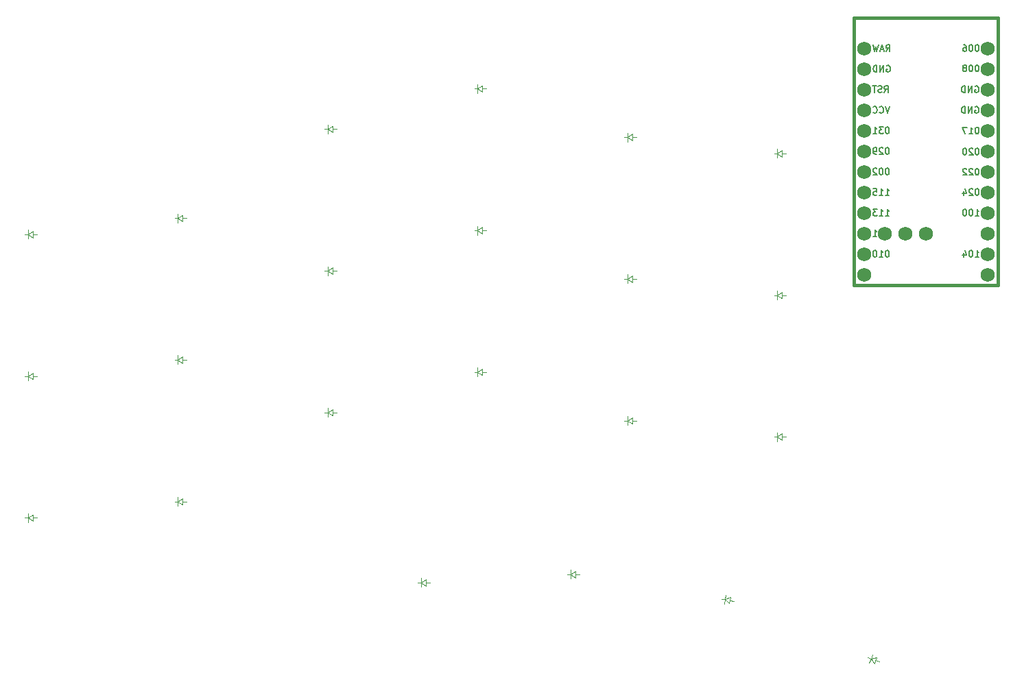
<source format=gbr>
%TF.GenerationSoftware,KiCad,Pcbnew,8.0.4*%
%TF.CreationDate,2024-08-22T13:25:46+01:00*%
%TF.ProjectId,left (v2 backup),6c656674-2028-4763-9220-6261636b7570,v1.0.0*%
%TF.SameCoordinates,Original*%
%TF.FileFunction,Legend,Bot*%
%TF.FilePolarity,Positive*%
%FSLAX46Y46*%
G04 Gerber Fmt 4.6, Leading zero omitted, Abs format (unit mm)*
G04 Created by KiCad (PCBNEW 8.0.4) date 2024-08-22 13:25:46*
%MOMM*%
%LPD*%
G01*
G04 APERTURE LIST*
%ADD10C,0.150000*%
%ADD11C,0.100000*%
%ADD12C,0.381000*%
%ADD13C,1.752600*%
G04 APERTURE END LIST*
D10*
X217492945Y-44268001D02*
X217416755Y-44268001D01*
X217416755Y-44268001D02*
X217340564Y-44306096D01*
X217340564Y-44306096D02*
X217302469Y-44344191D01*
X217302469Y-44344191D02*
X217264374Y-44420382D01*
X217264374Y-44420382D02*
X217226279Y-44572763D01*
X217226279Y-44572763D02*
X217226279Y-44763239D01*
X217226279Y-44763239D02*
X217264374Y-44915620D01*
X217264374Y-44915620D02*
X217302469Y-44991810D01*
X217302469Y-44991810D02*
X217340564Y-45029906D01*
X217340564Y-45029906D02*
X217416755Y-45068001D01*
X217416755Y-45068001D02*
X217492945Y-45068001D01*
X217492945Y-45068001D02*
X217569136Y-45029906D01*
X217569136Y-45029906D02*
X217607231Y-44991810D01*
X217607231Y-44991810D02*
X217645326Y-44915620D01*
X217645326Y-44915620D02*
X217683422Y-44763239D01*
X217683422Y-44763239D02*
X217683422Y-44572763D01*
X217683422Y-44572763D02*
X217645326Y-44420382D01*
X217645326Y-44420382D02*
X217607231Y-44344191D01*
X217607231Y-44344191D02*
X217569136Y-44306096D01*
X217569136Y-44306096D02*
X217492945Y-44268001D01*
X216921517Y-44344191D02*
X216883421Y-44306096D01*
X216883421Y-44306096D02*
X216807231Y-44268001D01*
X216807231Y-44268001D02*
X216616755Y-44268001D01*
X216616755Y-44268001D02*
X216540564Y-44306096D01*
X216540564Y-44306096D02*
X216502469Y-44344191D01*
X216502469Y-44344191D02*
X216464374Y-44420382D01*
X216464374Y-44420382D02*
X216464374Y-44496572D01*
X216464374Y-44496572D02*
X216502469Y-44610858D01*
X216502469Y-44610858D02*
X216959612Y-45068001D01*
X216959612Y-45068001D02*
X216464374Y-45068001D01*
X216159612Y-44344191D02*
X216121516Y-44306096D01*
X216121516Y-44306096D02*
X216045326Y-44268001D01*
X216045326Y-44268001D02*
X215854850Y-44268001D01*
X215854850Y-44268001D02*
X215778659Y-44306096D01*
X215778659Y-44306096D02*
X215740564Y-44344191D01*
X215740564Y-44344191D02*
X215702469Y-44420382D01*
X215702469Y-44420382D02*
X215702469Y-44496572D01*
X215702469Y-44496572D02*
X215740564Y-44610858D01*
X215740564Y-44610858D02*
X216197707Y-45068001D01*
X216197707Y-45068001D02*
X215702469Y-45068001D01*
X217492945Y-41768001D02*
X217416755Y-41768001D01*
X217416755Y-41768001D02*
X217340564Y-41806096D01*
X217340564Y-41806096D02*
X217302469Y-41844191D01*
X217302469Y-41844191D02*
X217264374Y-41920382D01*
X217264374Y-41920382D02*
X217226279Y-42072763D01*
X217226279Y-42072763D02*
X217226279Y-42263239D01*
X217226279Y-42263239D02*
X217264374Y-42415620D01*
X217264374Y-42415620D02*
X217302469Y-42491810D01*
X217302469Y-42491810D02*
X217340564Y-42529906D01*
X217340564Y-42529906D02*
X217416755Y-42568001D01*
X217416755Y-42568001D02*
X217492945Y-42568001D01*
X217492945Y-42568001D02*
X217569136Y-42529906D01*
X217569136Y-42529906D02*
X217607231Y-42491810D01*
X217607231Y-42491810D02*
X217645326Y-42415620D01*
X217645326Y-42415620D02*
X217683422Y-42263239D01*
X217683422Y-42263239D02*
X217683422Y-42072763D01*
X217683422Y-42072763D02*
X217645326Y-41920382D01*
X217645326Y-41920382D02*
X217607231Y-41844191D01*
X217607231Y-41844191D02*
X217569136Y-41806096D01*
X217569136Y-41806096D02*
X217492945Y-41768001D01*
X216921517Y-41844191D02*
X216883421Y-41806096D01*
X216883421Y-41806096D02*
X216807231Y-41768001D01*
X216807231Y-41768001D02*
X216616755Y-41768001D01*
X216616755Y-41768001D02*
X216540564Y-41806096D01*
X216540564Y-41806096D02*
X216502469Y-41844191D01*
X216502469Y-41844191D02*
X216464374Y-41920382D01*
X216464374Y-41920382D02*
X216464374Y-41996572D01*
X216464374Y-41996572D02*
X216502469Y-42110858D01*
X216502469Y-42110858D02*
X216959612Y-42568001D01*
X216959612Y-42568001D02*
X216464374Y-42568001D01*
X215969135Y-41768001D02*
X215892945Y-41768001D01*
X215892945Y-41768001D02*
X215816754Y-41806096D01*
X215816754Y-41806096D02*
X215778659Y-41844191D01*
X215778659Y-41844191D02*
X215740564Y-41920382D01*
X215740564Y-41920382D02*
X215702469Y-42072763D01*
X215702469Y-42072763D02*
X215702469Y-42263239D01*
X215702469Y-42263239D02*
X215740564Y-42415620D01*
X215740564Y-42415620D02*
X215778659Y-42491810D01*
X215778659Y-42491810D02*
X215816754Y-42529906D01*
X215816754Y-42529906D02*
X215892945Y-42568001D01*
X215892945Y-42568001D02*
X215969135Y-42568001D01*
X215969135Y-42568001D02*
X216045326Y-42529906D01*
X216045326Y-42529906D02*
X216083421Y-42491810D01*
X216083421Y-42491810D02*
X216121516Y-42415620D01*
X216121516Y-42415620D02*
X216159612Y-42263239D01*
X216159612Y-42263239D02*
X216159612Y-42072763D01*
X216159612Y-42072763D02*
X216121516Y-41920382D01*
X216121516Y-41920382D02*
X216083421Y-41844191D01*
X216083421Y-41844191D02*
X216045326Y-41806096D01*
X216045326Y-41806096D02*
X215969135Y-41768001D01*
X206234421Y-29798001D02*
X206501088Y-29417048D01*
X206691564Y-29798001D02*
X206691564Y-28998001D01*
X206691564Y-28998001D02*
X206386802Y-28998001D01*
X206386802Y-28998001D02*
X206310612Y-29036096D01*
X206310612Y-29036096D02*
X206272517Y-29074191D01*
X206272517Y-29074191D02*
X206234421Y-29150382D01*
X206234421Y-29150382D02*
X206234421Y-29264667D01*
X206234421Y-29264667D02*
X206272517Y-29340858D01*
X206272517Y-29340858D02*
X206310612Y-29378953D01*
X206310612Y-29378953D02*
X206386802Y-29417048D01*
X206386802Y-29417048D02*
X206691564Y-29417048D01*
X205929660Y-29569429D02*
X205548707Y-29569429D01*
X206005850Y-29798001D02*
X205739183Y-28998001D01*
X205739183Y-28998001D02*
X205472517Y-29798001D01*
X205282041Y-28998001D02*
X205091565Y-29798001D01*
X205091565Y-29798001D02*
X204939184Y-29226572D01*
X204939184Y-29226572D02*
X204786803Y-29798001D01*
X204786803Y-29798001D02*
X204596327Y-28998001D01*
X217226278Y-36656096D02*
X217302468Y-36618001D01*
X217302468Y-36618001D02*
X217416754Y-36618001D01*
X217416754Y-36618001D02*
X217531040Y-36656096D01*
X217531040Y-36656096D02*
X217607230Y-36732286D01*
X217607230Y-36732286D02*
X217645325Y-36808477D01*
X217645325Y-36808477D02*
X217683421Y-36960858D01*
X217683421Y-36960858D02*
X217683421Y-37075144D01*
X217683421Y-37075144D02*
X217645325Y-37227525D01*
X217645325Y-37227525D02*
X217607230Y-37303715D01*
X217607230Y-37303715D02*
X217531040Y-37379906D01*
X217531040Y-37379906D02*
X217416754Y-37418001D01*
X217416754Y-37418001D02*
X217340563Y-37418001D01*
X217340563Y-37418001D02*
X217226278Y-37379906D01*
X217226278Y-37379906D02*
X217188182Y-37341810D01*
X217188182Y-37341810D02*
X217188182Y-37075144D01*
X217188182Y-37075144D02*
X217340563Y-37075144D01*
X216845325Y-37418001D02*
X216845325Y-36618001D01*
X216845325Y-36618001D02*
X216388182Y-37418001D01*
X216388182Y-37418001D02*
X216388182Y-36618001D01*
X216007230Y-37418001D02*
X216007230Y-36618001D01*
X216007230Y-36618001D02*
X215816754Y-36618001D01*
X215816754Y-36618001D02*
X215702468Y-36656096D01*
X215702468Y-36656096D02*
X215626278Y-36732286D01*
X215626278Y-36732286D02*
X215588183Y-36808477D01*
X215588183Y-36808477D02*
X215550087Y-36960858D01*
X215550087Y-36960858D02*
X215550087Y-37075144D01*
X215550087Y-37075144D02*
X215588183Y-37227525D01*
X215588183Y-37227525D02*
X215626278Y-37303715D01*
X215626278Y-37303715D02*
X215702468Y-37379906D01*
X215702468Y-37379906D02*
X215816754Y-37418001D01*
X215816754Y-37418001D02*
X216007230Y-37418001D01*
X206310612Y-31576096D02*
X206386802Y-31538001D01*
X206386802Y-31538001D02*
X206501088Y-31538001D01*
X206501088Y-31538001D02*
X206615374Y-31576096D01*
X206615374Y-31576096D02*
X206691564Y-31652286D01*
X206691564Y-31652286D02*
X206729659Y-31728477D01*
X206729659Y-31728477D02*
X206767755Y-31880858D01*
X206767755Y-31880858D02*
X206767755Y-31995144D01*
X206767755Y-31995144D02*
X206729659Y-32147525D01*
X206729659Y-32147525D02*
X206691564Y-32223715D01*
X206691564Y-32223715D02*
X206615374Y-32299906D01*
X206615374Y-32299906D02*
X206501088Y-32338001D01*
X206501088Y-32338001D02*
X206424897Y-32338001D01*
X206424897Y-32338001D02*
X206310612Y-32299906D01*
X206310612Y-32299906D02*
X206272516Y-32261810D01*
X206272516Y-32261810D02*
X206272516Y-31995144D01*
X206272516Y-31995144D02*
X206424897Y-31995144D01*
X205929659Y-32338001D02*
X205929659Y-31538001D01*
X205929659Y-31538001D02*
X205472516Y-32338001D01*
X205472516Y-32338001D02*
X205472516Y-31538001D01*
X205091564Y-32338001D02*
X205091564Y-31538001D01*
X205091564Y-31538001D02*
X204901088Y-31538001D01*
X204901088Y-31538001D02*
X204786802Y-31576096D01*
X204786802Y-31576096D02*
X204710612Y-31652286D01*
X204710612Y-31652286D02*
X204672517Y-31728477D01*
X204672517Y-31728477D02*
X204634421Y-31880858D01*
X204634421Y-31880858D02*
X204634421Y-31995144D01*
X204634421Y-31995144D02*
X204672517Y-32147525D01*
X204672517Y-32147525D02*
X204710612Y-32223715D01*
X204710612Y-32223715D02*
X204786802Y-32299906D01*
X204786802Y-32299906D02*
X204901088Y-32338001D01*
X204901088Y-32338001D02*
X205091564Y-32338001D01*
X206418564Y-54398001D02*
X206342374Y-54398001D01*
X206342374Y-54398001D02*
X206266183Y-54436096D01*
X206266183Y-54436096D02*
X206228088Y-54474191D01*
X206228088Y-54474191D02*
X206189993Y-54550382D01*
X206189993Y-54550382D02*
X206151898Y-54702763D01*
X206151898Y-54702763D02*
X206151898Y-54893239D01*
X206151898Y-54893239D02*
X206189993Y-55045620D01*
X206189993Y-55045620D02*
X206228088Y-55121810D01*
X206228088Y-55121810D02*
X206266183Y-55159906D01*
X206266183Y-55159906D02*
X206342374Y-55198001D01*
X206342374Y-55198001D02*
X206418564Y-55198001D01*
X206418564Y-55198001D02*
X206494755Y-55159906D01*
X206494755Y-55159906D02*
X206532850Y-55121810D01*
X206532850Y-55121810D02*
X206570945Y-55045620D01*
X206570945Y-55045620D02*
X206609041Y-54893239D01*
X206609041Y-54893239D02*
X206609041Y-54702763D01*
X206609041Y-54702763D02*
X206570945Y-54550382D01*
X206570945Y-54550382D02*
X206532850Y-54474191D01*
X206532850Y-54474191D02*
X206494755Y-54436096D01*
X206494755Y-54436096D02*
X206418564Y-54398001D01*
X205389993Y-55198001D02*
X205847136Y-55198001D01*
X205618564Y-55198001D02*
X205618564Y-54398001D01*
X205618564Y-54398001D02*
X205694755Y-54512286D01*
X205694755Y-54512286D02*
X205770945Y-54588477D01*
X205770945Y-54588477D02*
X205847136Y-54626572D01*
X204894754Y-54398001D02*
X204818564Y-54398001D01*
X204818564Y-54398001D02*
X204742373Y-54436096D01*
X204742373Y-54436096D02*
X204704278Y-54474191D01*
X204704278Y-54474191D02*
X204666183Y-54550382D01*
X204666183Y-54550382D02*
X204628088Y-54702763D01*
X204628088Y-54702763D02*
X204628088Y-54893239D01*
X204628088Y-54893239D02*
X204666183Y-55045620D01*
X204666183Y-55045620D02*
X204704278Y-55121810D01*
X204704278Y-55121810D02*
X204742373Y-55159906D01*
X204742373Y-55159906D02*
X204818564Y-55198001D01*
X204818564Y-55198001D02*
X204894754Y-55198001D01*
X204894754Y-55198001D02*
X204970945Y-55159906D01*
X204970945Y-55159906D02*
X205009040Y-55121810D01*
X205009040Y-55121810D02*
X205047135Y-55045620D01*
X205047135Y-55045620D02*
X205085231Y-54893239D01*
X205085231Y-54893239D02*
X205085231Y-54702763D01*
X205085231Y-54702763D02*
X205047135Y-54550382D01*
X205047135Y-54550382D02*
X205009040Y-54474191D01*
X205009040Y-54474191D02*
X204970945Y-54436096D01*
X204970945Y-54436096D02*
X204894754Y-54398001D01*
X206151898Y-52658001D02*
X206609041Y-52658001D01*
X206380469Y-52658001D02*
X206380469Y-51858001D01*
X206380469Y-51858001D02*
X206456660Y-51972286D01*
X206456660Y-51972286D02*
X206532850Y-52048477D01*
X206532850Y-52048477D02*
X206609041Y-52086572D01*
X205389993Y-52658001D02*
X205847136Y-52658001D01*
X205618564Y-52658001D02*
X205618564Y-51858001D01*
X205618564Y-51858001D02*
X205694755Y-51972286D01*
X205694755Y-51972286D02*
X205770945Y-52048477D01*
X205770945Y-52048477D02*
X205847136Y-52086572D01*
X204628088Y-52658001D02*
X205085231Y-52658001D01*
X204856659Y-52658001D02*
X204856659Y-51858001D01*
X204856659Y-51858001D02*
X204932850Y-51972286D01*
X204932850Y-51972286D02*
X205009040Y-52048477D01*
X205009040Y-52048477D02*
X205085231Y-52086572D01*
X206005850Y-34878001D02*
X206272517Y-34497048D01*
X206462993Y-34878001D02*
X206462993Y-34078001D01*
X206462993Y-34078001D02*
X206158231Y-34078001D01*
X206158231Y-34078001D02*
X206082041Y-34116096D01*
X206082041Y-34116096D02*
X206043946Y-34154191D01*
X206043946Y-34154191D02*
X206005850Y-34230382D01*
X206005850Y-34230382D02*
X206005850Y-34344667D01*
X206005850Y-34344667D02*
X206043946Y-34420858D01*
X206043946Y-34420858D02*
X206082041Y-34458953D01*
X206082041Y-34458953D02*
X206158231Y-34497048D01*
X206158231Y-34497048D02*
X206462993Y-34497048D01*
X205701089Y-34839906D02*
X205586803Y-34878001D01*
X205586803Y-34878001D02*
X205396327Y-34878001D01*
X205396327Y-34878001D02*
X205320136Y-34839906D01*
X205320136Y-34839906D02*
X205282041Y-34801810D01*
X205282041Y-34801810D02*
X205243946Y-34725620D01*
X205243946Y-34725620D02*
X205243946Y-34649429D01*
X205243946Y-34649429D02*
X205282041Y-34573239D01*
X205282041Y-34573239D02*
X205320136Y-34535144D01*
X205320136Y-34535144D02*
X205396327Y-34497048D01*
X205396327Y-34497048D02*
X205548708Y-34458953D01*
X205548708Y-34458953D02*
X205624898Y-34420858D01*
X205624898Y-34420858D02*
X205662993Y-34382763D01*
X205662993Y-34382763D02*
X205701089Y-34306572D01*
X205701089Y-34306572D02*
X205701089Y-34230382D01*
X205701089Y-34230382D02*
X205662993Y-34154191D01*
X205662993Y-34154191D02*
X205624898Y-34116096D01*
X205624898Y-34116096D02*
X205548708Y-34078001D01*
X205548708Y-34078001D02*
X205358231Y-34078001D01*
X205358231Y-34078001D02*
X205243946Y-34116096D01*
X205015374Y-34078001D02*
X204558231Y-34078001D01*
X204786803Y-34878001D02*
X204786803Y-34078001D01*
X206151898Y-50118001D02*
X206609041Y-50118001D01*
X206380469Y-50118001D02*
X206380469Y-49318001D01*
X206380469Y-49318001D02*
X206456660Y-49432286D01*
X206456660Y-49432286D02*
X206532850Y-49508477D01*
X206532850Y-49508477D02*
X206609041Y-49546572D01*
X205389993Y-50118001D02*
X205847136Y-50118001D01*
X205618564Y-50118001D02*
X205618564Y-49318001D01*
X205618564Y-49318001D02*
X205694755Y-49432286D01*
X205694755Y-49432286D02*
X205770945Y-49508477D01*
X205770945Y-49508477D02*
X205847136Y-49546572D01*
X205123326Y-49318001D02*
X204628088Y-49318001D01*
X204628088Y-49318001D02*
X204894754Y-49622763D01*
X204894754Y-49622763D02*
X204780469Y-49622763D01*
X204780469Y-49622763D02*
X204704278Y-49660858D01*
X204704278Y-49660858D02*
X204666183Y-49698953D01*
X204666183Y-49698953D02*
X204628088Y-49775144D01*
X204628088Y-49775144D02*
X204628088Y-49965620D01*
X204628088Y-49965620D02*
X204666183Y-50041810D01*
X204666183Y-50041810D02*
X204704278Y-50079906D01*
X204704278Y-50079906D02*
X204780469Y-50118001D01*
X204780469Y-50118001D02*
X205009040Y-50118001D01*
X205009040Y-50118001D02*
X205085231Y-50079906D01*
X205085231Y-50079906D02*
X205123326Y-50041810D01*
X217492945Y-46778001D02*
X217416755Y-46778001D01*
X217416755Y-46778001D02*
X217340564Y-46816096D01*
X217340564Y-46816096D02*
X217302469Y-46854191D01*
X217302469Y-46854191D02*
X217264374Y-46930382D01*
X217264374Y-46930382D02*
X217226279Y-47082763D01*
X217226279Y-47082763D02*
X217226279Y-47273239D01*
X217226279Y-47273239D02*
X217264374Y-47425620D01*
X217264374Y-47425620D02*
X217302469Y-47501810D01*
X217302469Y-47501810D02*
X217340564Y-47539906D01*
X217340564Y-47539906D02*
X217416755Y-47578001D01*
X217416755Y-47578001D02*
X217492945Y-47578001D01*
X217492945Y-47578001D02*
X217569136Y-47539906D01*
X217569136Y-47539906D02*
X217607231Y-47501810D01*
X217607231Y-47501810D02*
X217645326Y-47425620D01*
X217645326Y-47425620D02*
X217683422Y-47273239D01*
X217683422Y-47273239D02*
X217683422Y-47082763D01*
X217683422Y-47082763D02*
X217645326Y-46930382D01*
X217645326Y-46930382D02*
X217607231Y-46854191D01*
X217607231Y-46854191D02*
X217569136Y-46816096D01*
X217569136Y-46816096D02*
X217492945Y-46778001D01*
X216921517Y-46854191D02*
X216883421Y-46816096D01*
X216883421Y-46816096D02*
X216807231Y-46778001D01*
X216807231Y-46778001D02*
X216616755Y-46778001D01*
X216616755Y-46778001D02*
X216540564Y-46816096D01*
X216540564Y-46816096D02*
X216502469Y-46854191D01*
X216502469Y-46854191D02*
X216464374Y-46930382D01*
X216464374Y-46930382D02*
X216464374Y-47006572D01*
X216464374Y-47006572D02*
X216502469Y-47120858D01*
X216502469Y-47120858D02*
X216959612Y-47578001D01*
X216959612Y-47578001D02*
X216464374Y-47578001D01*
X215778659Y-47044667D02*
X215778659Y-47578001D01*
X215969135Y-46739906D02*
X216159612Y-47311334D01*
X216159612Y-47311334D02*
X215664373Y-47311334D01*
X217492945Y-31468001D02*
X217416755Y-31468001D01*
X217416755Y-31468001D02*
X217340564Y-31506096D01*
X217340564Y-31506096D02*
X217302469Y-31544191D01*
X217302469Y-31544191D02*
X217264374Y-31620382D01*
X217264374Y-31620382D02*
X217226279Y-31772763D01*
X217226279Y-31772763D02*
X217226279Y-31963239D01*
X217226279Y-31963239D02*
X217264374Y-32115620D01*
X217264374Y-32115620D02*
X217302469Y-32191810D01*
X217302469Y-32191810D02*
X217340564Y-32229906D01*
X217340564Y-32229906D02*
X217416755Y-32268001D01*
X217416755Y-32268001D02*
X217492945Y-32268001D01*
X217492945Y-32268001D02*
X217569136Y-32229906D01*
X217569136Y-32229906D02*
X217607231Y-32191810D01*
X217607231Y-32191810D02*
X217645326Y-32115620D01*
X217645326Y-32115620D02*
X217683422Y-31963239D01*
X217683422Y-31963239D02*
X217683422Y-31772763D01*
X217683422Y-31772763D02*
X217645326Y-31620382D01*
X217645326Y-31620382D02*
X217607231Y-31544191D01*
X217607231Y-31544191D02*
X217569136Y-31506096D01*
X217569136Y-31506096D02*
X217492945Y-31468001D01*
X216731040Y-31468001D02*
X216654850Y-31468001D01*
X216654850Y-31468001D02*
X216578659Y-31506096D01*
X216578659Y-31506096D02*
X216540564Y-31544191D01*
X216540564Y-31544191D02*
X216502469Y-31620382D01*
X216502469Y-31620382D02*
X216464374Y-31772763D01*
X216464374Y-31772763D02*
X216464374Y-31963239D01*
X216464374Y-31963239D02*
X216502469Y-32115620D01*
X216502469Y-32115620D02*
X216540564Y-32191810D01*
X216540564Y-32191810D02*
X216578659Y-32229906D01*
X216578659Y-32229906D02*
X216654850Y-32268001D01*
X216654850Y-32268001D02*
X216731040Y-32268001D01*
X216731040Y-32268001D02*
X216807231Y-32229906D01*
X216807231Y-32229906D02*
X216845326Y-32191810D01*
X216845326Y-32191810D02*
X216883421Y-32115620D01*
X216883421Y-32115620D02*
X216921517Y-31963239D01*
X216921517Y-31963239D02*
X216921517Y-31772763D01*
X216921517Y-31772763D02*
X216883421Y-31620382D01*
X216883421Y-31620382D02*
X216845326Y-31544191D01*
X216845326Y-31544191D02*
X216807231Y-31506096D01*
X216807231Y-31506096D02*
X216731040Y-31468001D01*
X216007231Y-31810858D02*
X216083421Y-31772763D01*
X216083421Y-31772763D02*
X216121516Y-31734667D01*
X216121516Y-31734667D02*
X216159612Y-31658477D01*
X216159612Y-31658477D02*
X216159612Y-31620382D01*
X216159612Y-31620382D02*
X216121516Y-31544191D01*
X216121516Y-31544191D02*
X216083421Y-31506096D01*
X216083421Y-31506096D02*
X216007231Y-31468001D01*
X216007231Y-31468001D02*
X215854850Y-31468001D01*
X215854850Y-31468001D02*
X215778659Y-31506096D01*
X215778659Y-31506096D02*
X215740564Y-31544191D01*
X215740564Y-31544191D02*
X215702469Y-31620382D01*
X215702469Y-31620382D02*
X215702469Y-31658477D01*
X215702469Y-31658477D02*
X215740564Y-31734667D01*
X215740564Y-31734667D02*
X215778659Y-31772763D01*
X215778659Y-31772763D02*
X215854850Y-31810858D01*
X215854850Y-31810858D02*
X216007231Y-31810858D01*
X216007231Y-31810858D02*
X216083421Y-31848953D01*
X216083421Y-31848953D02*
X216121516Y-31887048D01*
X216121516Y-31887048D02*
X216159612Y-31963239D01*
X216159612Y-31963239D02*
X216159612Y-32115620D01*
X216159612Y-32115620D02*
X216121516Y-32191810D01*
X216121516Y-32191810D02*
X216083421Y-32229906D01*
X216083421Y-32229906D02*
X216007231Y-32268001D01*
X216007231Y-32268001D02*
X215854850Y-32268001D01*
X215854850Y-32268001D02*
X215778659Y-32229906D01*
X215778659Y-32229906D02*
X215740564Y-32191810D01*
X215740564Y-32191810D02*
X215702469Y-32115620D01*
X215702469Y-32115620D02*
X215702469Y-31963239D01*
X215702469Y-31963239D02*
X215740564Y-31887048D01*
X215740564Y-31887048D02*
X215778659Y-31848953D01*
X215778659Y-31848953D02*
X215854850Y-31810858D01*
X206151898Y-47578001D02*
X206609041Y-47578001D01*
X206380469Y-47578001D02*
X206380469Y-46778001D01*
X206380469Y-46778001D02*
X206456660Y-46892286D01*
X206456660Y-46892286D02*
X206532850Y-46968477D01*
X206532850Y-46968477D02*
X206609041Y-47006572D01*
X205389993Y-47578001D02*
X205847136Y-47578001D01*
X205618564Y-47578001D02*
X205618564Y-46778001D01*
X205618564Y-46778001D02*
X205694755Y-46892286D01*
X205694755Y-46892286D02*
X205770945Y-46968477D01*
X205770945Y-46968477D02*
X205847136Y-47006572D01*
X204666183Y-46778001D02*
X205047135Y-46778001D01*
X205047135Y-46778001D02*
X205085231Y-47158953D01*
X205085231Y-47158953D02*
X205047135Y-47120858D01*
X205047135Y-47120858D02*
X204970945Y-47082763D01*
X204970945Y-47082763D02*
X204780469Y-47082763D01*
X204780469Y-47082763D02*
X204704278Y-47120858D01*
X204704278Y-47120858D02*
X204666183Y-47158953D01*
X204666183Y-47158953D02*
X204628088Y-47235144D01*
X204628088Y-47235144D02*
X204628088Y-47425620D01*
X204628088Y-47425620D02*
X204666183Y-47501810D01*
X204666183Y-47501810D02*
X204704278Y-47539906D01*
X204704278Y-47539906D02*
X204780469Y-47578001D01*
X204780469Y-47578001D02*
X204970945Y-47578001D01*
X204970945Y-47578001D02*
X205047135Y-47539906D01*
X205047135Y-47539906D02*
X205085231Y-47501810D01*
X217226279Y-55197998D02*
X217683422Y-55197998D01*
X217454850Y-55197998D02*
X217454850Y-54397998D01*
X217454850Y-54397998D02*
X217531041Y-54512283D01*
X217531041Y-54512283D02*
X217607231Y-54588474D01*
X217607231Y-54588474D02*
X217683422Y-54626569D01*
X216731040Y-54397998D02*
X216654850Y-54397998D01*
X216654850Y-54397998D02*
X216578659Y-54436093D01*
X216578659Y-54436093D02*
X216540564Y-54474188D01*
X216540564Y-54474188D02*
X216502469Y-54550379D01*
X216502469Y-54550379D02*
X216464374Y-54702760D01*
X216464374Y-54702760D02*
X216464374Y-54893236D01*
X216464374Y-54893236D02*
X216502469Y-55045617D01*
X216502469Y-55045617D02*
X216540564Y-55121807D01*
X216540564Y-55121807D02*
X216578659Y-55159903D01*
X216578659Y-55159903D02*
X216654850Y-55197998D01*
X216654850Y-55197998D02*
X216731040Y-55197998D01*
X216731040Y-55197998D02*
X216807231Y-55159903D01*
X216807231Y-55159903D02*
X216845326Y-55121807D01*
X216845326Y-55121807D02*
X216883421Y-55045617D01*
X216883421Y-55045617D02*
X216921517Y-54893236D01*
X216921517Y-54893236D02*
X216921517Y-54702760D01*
X216921517Y-54702760D02*
X216883421Y-54550379D01*
X216883421Y-54550379D02*
X216845326Y-54474188D01*
X216845326Y-54474188D02*
X216807231Y-54436093D01*
X216807231Y-54436093D02*
X216731040Y-54397998D01*
X215778659Y-54664664D02*
X215778659Y-55197998D01*
X215969135Y-54359903D02*
X216159612Y-54931331D01*
X216159612Y-54931331D02*
X215664373Y-54931331D01*
X206418564Y-44238001D02*
X206342374Y-44238001D01*
X206342374Y-44238001D02*
X206266183Y-44276096D01*
X206266183Y-44276096D02*
X206228088Y-44314191D01*
X206228088Y-44314191D02*
X206189993Y-44390382D01*
X206189993Y-44390382D02*
X206151898Y-44542763D01*
X206151898Y-44542763D02*
X206151898Y-44733239D01*
X206151898Y-44733239D02*
X206189993Y-44885620D01*
X206189993Y-44885620D02*
X206228088Y-44961810D01*
X206228088Y-44961810D02*
X206266183Y-44999906D01*
X206266183Y-44999906D02*
X206342374Y-45038001D01*
X206342374Y-45038001D02*
X206418564Y-45038001D01*
X206418564Y-45038001D02*
X206494755Y-44999906D01*
X206494755Y-44999906D02*
X206532850Y-44961810D01*
X206532850Y-44961810D02*
X206570945Y-44885620D01*
X206570945Y-44885620D02*
X206609041Y-44733239D01*
X206609041Y-44733239D02*
X206609041Y-44542763D01*
X206609041Y-44542763D02*
X206570945Y-44390382D01*
X206570945Y-44390382D02*
X206532850Y-44314191D01*
X206532850Y-44314191D02*
X206494755Y-44276096D01*
X206494755Y-44276096D02*
X206418564Y-44238001D01*
X205656659Y-44238001D02*
X205580469Y-44238001D01*
X205580469Y-44238001D02*
X205504278Y-44276096D01*
X205504278Y-44276096D02*
X205466183Y-44314191D01*
X205466183Y-44314191D02*
X205428088Y-44390382D01*
X205428088Y-44390382D02*
X205389993Y-44542763D01*
X205389993Y-44542763D02*
X205389993Y-44733239D01*
X205389993Y-44733239D02*
X205428088Y-44885620D01*
X205428088Y-44885620D02*
X205466183Y-44961810D01*
X205466183Y-44961810D02*
X205504278Y-44999906D01*
X205504278Y-44999906D02*
X205580469Y-45038001D01*
X205580469Y-45038001D02*
X205656659Y-45038001D01*
X205656659Y-45038001D02*
X205732850Y-44999906D01*
X205732850Y-44999906D02*
X205770945Y-44961810D01*
X205770945Y-44961810D02*
X205809040Y-44885620D01*
X205809040Y-44885620D02*
X205847136Y-44733239D01*
X205847136Y-44733239D02*
X205847136Y-44542763D01*
X205847136Y-44542763D02*
X205809040Y-44390382D01*
X205809040Y-44390382D02*
X205770945Y-44314191D01*
X205770945Y-44314191D02*
X205732850Y-44276096D01*
X205732850Y-44276096D02*
X205656659Y-44238001D01*
X205085231Y-44314191D02*
X205047135Y-44276096D01*
X205047135Y-44276096D02*
X204970945Y-44238001D01*
X204970945Y-44238001D02*
X204780469Y-44238001D01*
X204780469Y-44238001D02*
X204704278Y-44276096D01*
X204704278Y-44276096D02*
X204666183Y-44314191D01*
X204666183Y-44314191D02*
X204628088Y-44390382D01*
X204628088Y-44390382D02*
X204628088Y-44466572D01*
X204628088Y-44466572D02*
X204666183Y-44580858D01*
X204666183Y-44580858D02*
X205123326Y-45038001D01*
X205123326Y-45038001D02*
X204628088Y-45038001D01*
X217226279Y-34116096D02*
X217302469Y-34078001D01*
X217302469Y-34078001D02*
X217416755Y-34078001D01*
X217416755Y-34078001D02*
X217531041Y-34116096D01*
X217531041Y-34116096D02*
X217607231Y-34192286D01*
X217607231Y-34192286D02*
X217645326Y-34268477D01*
X217645326Y-34268477D02*
X217683422Y-34420858D01*
X217683422Y-34420858D02*
X217683422Y-34535144D01*
X217683422Y-34535144D02*
X217645326Y-34687525D01*
X217645326Y-34687525D02*
X217607231Y-34763715D01*
X217607231Y-34763715D02*
X217531041Y-34839906D01*
X217531041Y-34839906D02*
X217416755Y-34878001D01*
X217416755Y-34878001D02*
X217340564Y-34878001D01*
X217340564Y-34878001D02*
X217226279Y-34839906D01*
X217226279Y-34839906D02*
X217188183Y-34801810D01*
X217188183Y-34801810D02*
X217188183Y-34535144D01*
X217188183Y-34535144D02*
X217340564Y-34535144D01*
X216845326Y-34878001D02*
X216845326Y-34078001D01*
X216845326Y-34078001D02*
X216388183Y-34878001D01*
X216388183Y-34878001D02*
X216388183Y-34078001D01*
X216007231Y-34878001D02*
X216007231Y-34078001D01*
X216007231Y-34078001D02*
X215816755Y-34078001D01*
X215816755Y-34078001D02*
X215702469Y-34116096D01*
X215702469Y-34116096D02*
X215626279Y-34192286D01*
X215626279Y-34192286D02*
X215588184Y-34268477D01*
X215588184Y-34268477D02*
X215550088Y-34420858D01*
X215550088Y-34420858D02*
X215550088Y-34535144D01*
X215550088Y-34535144D02*
X215588184Y-34687525D01*
X215588184Y-34687525D02*
X215626279Y-34763715D01*
X215626279Y-34763715D02*
X215702469Y-34839906D01*
X215702469Y-34839906D02*
X215816755Y-34878001D01*
X215816755Y-34878001D02*
X216007231Y-34878001D01*
X217226279Y-50118001D02*
X217683422Y-50118001D01*
X217454850Y-50118001D02*
X217454850Y-49318001D01*
X217454850Y-49318001D02*
X217531041Y-49432286D01*
X217531041Y-49432286D02*
X217607231Y-49508477D01*
X217607231Y-49508477D02*
X217683422Y-49546572D01*
X216731040Y-49318001D02*
X216654850Y-49318001D01*
X216654850Y-49318001D02*
X216578659Y-49356096D01*
X216578659Y-49356096D02*
X216540564Y-49394191D01*
X216540564Y-49394191D02*
X216502469Y-49470382D01*
X216502469Y-49470382D02*
X216464374Y-49622763D01*
X216464374Y-49622763D02*
X216464374Y-49813239D01*
X216464374Y-49813239D02*
X216502469Y-49965620D01*
X216502469Y-49965620D02*
X216540564Y-50041810D01*
X216540564Y-50041810D02*
X216578659Y-50079906D01*
X216578659Y-50079906D02*
X216654850Y-50118001D01*
X216654850Y-50118001D02*
X216731040Y-50118001D01*
X216731040Y-50118001D02*
X216807231Y-50079906D01*
X216807231Y-50079906D02*
X216845326Y-50041810D01*
X216845326Y-50041810D02*
X216883421Y-49965620D01*
X216883421Y-49965620D02*
X216921517Y-49813239D01*
X216921517Y-49813239D02*
X216921517Y-49622763D01*
X216921517Y-49622763D02*
X216883421Y-49470382D01*
X216883421Y-49470382D02*
X216845326Y-49394191D01*
X216845326Y-49394191D02*
X216807231Y-49356096D01*
X216807231Y-49356096D02*
X216731040Y-49318001D01*
X215969135Y-49318001D02*
X215892945Y-49318001D01*
X215892945Y-49318001D02*
X215816754Y-49356096D01*
X215816754Y-49356096D02*
X215778659Y-49394191D01*
X215778659Y-49394191D02*
X215740564Y-49470382D01*
X215740564Y-49470382D02*
X215702469Y-49622763D01*
X215702469Y-49622763D02*
X215702469Y-49813239D01*
X215702469Y-49813239D02*
X215740564Y-49965620D01*
X215740564Y-49965620D02*
X215778659Y-50041810D01*
X215778659Y-50041810D02*
X215816754Y-50079906D01*
X215816754Y-50079906D02*
X215892945Y-50118001D01*
X215892945Y-50118001D02*
X215969135Y-50118001D01*
X215969135Y-50118001D02*
X216045326Y-50079906D01*
X216045326Y-50079906D02*
X216083421Y-50041810D01*
X216083421Y-50041810D02*
X216121516Y-49965620D01*
X216121516Y-49965620D02*
X216159612Y-49813239D01*
X216159612Y-49813239D02*
X216159612Y-49622763D01*
X216159612Y-49622763D02*
X216121516Y-49470382D01*
X216121516Y-49470382D02*
X216083421Y-49394191D01*
X216083421Y-49394191D02*
X216045326Y-49356096D01*
X216045326Y-49356096D02*
X215969135Y-49318001D01*
X217492945Y-39168001D02*
X217416755Y-39168001D01*
X217416755Y-39168001D02*
X217340564Y-39206096D01*
X217340564Y-39206096D02*
X217302469Y-39244191D01*
X217302469Y-39244191D02*
X217264374Y-39320382D01*
X217264374Y-39320382D02*
X217226279Y-39472763D01*
X217226279Y-39472763D02*
X217226279Y-39663239D01*
X217226279Y-39663239D02*
X217264374Y-39815620D01*
X217264374Y-39815620D02*
X217302469Y-39891810D01*
X217302469Y-39891810D02*
X217340564Y-39929906D01*
X217340564Y-39929906D02*
X217416755Y-39968001D01*
X217416755Y-39968001D02*
X217492945Y-39968001D01*
X217492945Y-39968001D02*
X217569136Y-39929906D01*
X217569136Y-39929906D02*
X217607231Y-39891810D01*
X217607231Y-39891810D02*
X217645326Y-39815620D01*
X217645326Y-39815620D02*
X217683422Y-39663239D01*
X217683422Y-39663239D02*
X217683422Y-39472763D01*
X217683422Y-39472763D02*
X217645326Y-39320382D01*
X217645326Y-39320382D02*
X217607231Y-39244191D01*
X217607231Y-39244191D02*
X217569136Y-39206096D01*
X217569136Y-39206096D02*
X217492945Y-39168001D01*
X216464374Y-39968001D02*
X216921517Y-39968001D01*
X216692945Y-39968001D02*
X216692945Y-39168001D01*
X216692945Y-39168001D02*
X216769136Y-39282286D01*
X216769136Y-39282286D02*
X216845326Y-39358477D01*
X216845326Y-39358477D02*
X216921517Y-39396572D01*
X216197707Y-39168001D02*
X215664373Y-39168001D01*
X215664373Y-39168001D02*
X216007231Y-39968001D01*
X206685231Y-36618001D02*
X206418564Y-37418001D01*
X206418564Y-37418001D02*
X206151898Y-36618001D01*
X205428088Y-37341810D02*
X205466184Y-37379906D01*
X205466184Y-37379906D02*
X205580469Y-37418001D01*
X205580469Y-37418001D02*
X205656660Y-37418001D01*
X205656660Y-37418001D02*
X205770946Y-37379906D01*
X205770946Y-37379906D02*
X205847136Y-37303715D01*
X205847136Y-37303715D02*
X205885231Y-37227525D01*
X205885231Y-37227525D02*
X205923327Y-37075144D01*
X205923327Y-37075144D02*
X205923327Y-36960858D01*
X205923327Y-36960858D02*
X205885231Y-36808477D01*
X205885231Y-36808477D02*
X205847136Y-36732286D01*
X205847136Y-36732286D02*
X205770946Y-36656096D01*
X205770946Y-36656096D02*
X205656660Y-36618001D01*
X205656660Y-36618001D02*
X205580469Y-36618001D01*
X205580469Y-36618001D02*
X205466184Y-36656096D01*
X205466184Y-36656096D02*
X205428088Y-36694191D01*
X204628088Y-37341810D02*
X204666184Y-37379906D01*
X204666184Y-37379906D02*
X204780469Y-37418001D01*
X204780469Y-37418001D02*
X204856660Y-37418001D01*
X204856660Y-37418001D02*
X204970946Y-37379906D01*
X204970946Y-37379906D02*
X205047136Y-37303715D01*
X205047136Y-37303715D02*
X205085231Y-37227525D01*
X205085231Y-37227525D02*
X205123327Y-37075144D01*
X205123327Y-37075144D02*
X205123327Y-36960858D01*
X205123327Y-36960858D02*
X205085231Y-36808477D01*
X205085231Y-36808477D02*
X205047136Y-36732286D01*
X205047136Y-36732286D02*
X204970946Y-36656096D01*
X204970946Y-36656096D02*
X204856660Y-36618001D01*
X204856660Y-36618001D02*
X204780469Y-36618001D01*
X204780469Y-36618001D02*
X204666184Y-36656096D01*
X204666184Y-36656096D02*
X204628088Y-36694191D01*
X217492945Y-28998001D02*
X217416755Y-28998001D01*
X217416755Y-28998001D02*
X217340564Y-29036096D01*
X217340564Y-29036096D02*
X217302469Y-29074191D01*
X217302469Y-29074191D02*
X217264374Y-29150382D01*
X217264374Y-29150382D02*
X217226279Y-29302763D01*
X217226279Y-29302763D02*
X217226279Y-29493239D01*
X217226279Y-29493239D02*
X217264374Y-29645620D01*
X217264374Y-29645620D02*
X217302469Y-29721810D01*
X217302469Y-29721810D02*
X217340564Y-29759906D01*
X217340564Y-29759906D02*
X217416755Y-29798001D01*
X217416755Y-29798001D02*
X217492945Y-29798001D01*
X217492945Y-29798001D02*
X217569136Y-29759906D01*
X217569136Y-29759906D02*
X217607231Y-29721810D01*
X217607231Y-29721810D02*
X217645326Y-29645620D01*
X217645326Y-29645620D02*
X217683422Y-29493239D01*
X217683422Y-29493239D02*
X217683422Y-29302763D01*
X217683422Y-29302763D02*
X217645326Y-29150382D01*
X217645326Y-29150382D02*
X217607231Y-29074191D01*
X217607231Y-29074191D02*
X217569136Y-29036096D01*
X217569136Y-29036096D02*
X217492945Y-28998001D01*
X216731040Y-28998001D02*
X216654850Y-28998001D01*
X216654850Y-28998001D02*
X216578659Y-29036096D01*
X216578659Y-29036096D02*
X216540564Y-29074191D01*
X216540564Y-29074191D02*
X216502469Y-29150382D01*
X216502469Y-29150382D02*
X216464374Y-29302763D01*
X216464374Y-29302763D02*
X216464374Y-29493239D01*
X216464374Y-29493239D02*
X216502469Y-29645620D01*
X216502469Y-29645620D02*
X216540564Y-29721810D01*
X216540564Y-29721810D02*
X216578659Y-29759906D01*
X216578659Y-29759906D02*
X216654850Y-29798001D01*
X216654850Y-29798001D02*
X216731040Y-29798001D01*
X216731040Y-29798001D02*
X216807231Y-29759906D01*
X216807231Y-29759906D02*
X216845326Y-29721810D01*
X216845326Y-29721810D02*
X216883421Y-29645620D01*
X216883421Y-29645620D02*
X216921517Y-29493239D01*
X216921517Y-29493239D02*
X216921517Y-29302763D01*
X216921517Y-29302763D02*
X216883421Y-29150382D01*
X216883421Y-29150382D02*
X216845326Y-29074191D01*
X216845326Y-29074191D02*
X216807231Y-29036096D01*
X216807231Y-29036096D02*
X216731040Y-28998001D01*
X215778659Y-28998001D02*
X215931040Y-28998001D01*
X215931040Y-28998001D02*
X216007231Y-29036096D01*
X216007231Y-29036096D02*
X216045326Y-29074191D01*
X216045326Y-29074191D02*
X216121516Y-29188477D01*
X216121516Y-29188477D02*
X216159612Y-29340858D01*
X216159612Y-29340858D02*
X216159612Y-29645620D01*
X216159612Y-29645620D02*
X216121516Y-29721810D01*
X216121516Y-29721810D02*
X216083421Y-29759906D01*
X216083421Y-29759906D02*
X216007231Y-29798001D01*
X216007231Y-29798001D02*
X215854850Y-29798001D01*
X215854850Y-29798001D02*
X215778659Y-29759906D01*
X215778659Y-29759906D02*
X215740564Y-29721810D01*
X215740564Y-29721810D02*
X215702469Y-29645620D01*
X215702469Y-29645620D02*
X215702469Y-29455144D01*
X215702469Y-29455144D02*
X215740564Y-29378953D01*
X215740564Y-29378953D02*
X215778659Y-29340858D01*
X215778659Y-29340858D02*
X215854850Y-29302763D01*
X215854850Y-29302763D02*
X216007231Y-29302763D01*
X216007231Y-29302763D02*
X216083421Y-29340858D01*
X216083421Y-29340858D02*
X216121516Y-29378953D01*
X216121516Y-29378953D02*
X216159612Y-29455144D01*
X206418564Y-41698001D02*
X206342374Y-41698001D01*
X206342374Y-41698001D02*
X206266183Y-41736096D01*
X206266183Y-41736096D02*
X206228088Y-41774191D01*
X206228088Y-41774191D02*
X206189993Y-41850382D01*
X206189993Y-41850382D02*
X206151898Y-42002763D01*
X206151898Y-42002763D02*
X206151898Y-42193239D01*
X206151898Y-42193239D02*
X206189993Y-42345620D01*
X206189993Y-42345620D02*
X206228088Y-42421810D01*
X206228088Y-42421810D02*
X206266183Y-42459906D01*
X206266183Y-42459906D02*
X206342374Y-42498001D01*
X206342374Y-42498001D02*
X206418564Y-42498001D01*
X206418564Y-42498001D02*
X206494755Y-42459906D01*
X206494755Y-42459906D02*
X206532850Y-42421810D01*
X206532850Y-42421810D02*
X206570945Y-42345620D01*
X206570945Y-42345620D02*
X206609041Y-42193239D01*
X206609041Y-42193239D02*
X206609041Y-42002763D01*
X206609041Y-42002763D02*
X206570945Y-41850382D01*
X206570945Y-41850382D02*
X206532850Y-41774191D01*
X206532850Y-41774191D02*
X206494755Y-41736096D01*
X206494755Y-41736096D02*
X206418564Y-41698001D01*
X205847136Y-41774191D02*
X205809040Y-41736096D01*
X205809040Y-41736096D02*
X205732850Y-41698001D01*
X205732850Y-41698001D02*
X205542374Y-41698001D01*
X205542374Y-41698001D02*
X205466183Y-41736096D01*
X205466183Y-41736096D02*
X205428088Y-41774191D01*
X205428088Y-41774191D02*
X205389993Y-41850382D01*
X205389993Y-41850382D02*
X205389993Y-41926572D01*
X205389993Y-41926572D02*
X205428088Y-42040858D01*
X205428088Y-42040858D02*
X205885231Y-42498001D01*
X205885231Y-42498001D02*
X205389993Y-42498001D01*
X205009040Y-42498001D02*
X204856659Y-42498001D01*
X204856659Y-42498001D02*
X204780469Y-42459906D01*
X204780469Y-42459906D02*
X204742373Y-42421810D01*
X204742373Y-42421810D02*
X204666183Y-42307525D01*
X204666183Y-42307525D02*
X204628088Y-42155144D01*
X204628088Y-42155144D02*
X204628088Y-41850382D01*
X204628088Y-41850382D02*
X204666183Y-41774191D01*
X204666183Y-41774191D02*
X204704278Y-41736096D01*
X204704278Y-41736096D02*
X204780469Y-41698001D01*
X204780469Y-41698001D02*
X204932850Y-41698001D01*
X204932850Y-41698001D02*
X205009040Y-41736096D01*
X205009040Y-41736096D02*
X205047135Y-41774191D01*
X205047135Y-41774191D02*
X205085231Y-41850382D01*
X205085231Y-41850382D02*
X205085231Y-42040858D01*
X205085231Y-42040858D02*
X205047135Y-42117048D01*
X205047135Y-42117048D02*
X205009040Y-42155144D01*
X205009040Y-42155144D02*
X204932850Y-42193239D01*
X204932850Y-42193239D02*
X204780469Y-42193239D01*
X204780469Y-42193239D02*
X204704278Y-42155144D01*
X204704278Y-42155144D02*
X204666183Y-42117048D01*
X204666183Y-42117048D02*
X204628088Y-42040858D01*
X206418564Y-39158001D02*
X206342374Y-39158001D01*
X206342374Y-39158001D02*
X206266183Y-39196096D01*
X206266183Y-39196096D02*
X206228088Y-39234191D01*
X206228088Y-39234191D02*
X206189993Y-39310382D01*
X206189993Y-39310382D02*
X206151898Y-39462763D01*
X206151898Y-39462763D02*
X206151898Y-39653239D01*
X206151898Y-39653239D02*
X206189993Y-39805620D01*
X206189993Y-39805620D02*
X206228088Y-39881810D01*
X206228088Y-39881810D02*
X206266183Y-39919906D01*
X206266183Y-39919906D02*
X206342374Y-39958001D01*
X206342374Y-39958001D02*
X206418564Y-39958001D01*
X206418564Y-39958001D02*
X206494755Y-39919906D01*
X206494755Y-39919906D02*
X206532850Y-39881810D01*
X206532850Y-39881810D02*
X206570945Y-39805620D01*
X206570945Y-39805620D02*
X206609041Y-39653239D01*
X206609041Y-39653239D02*
X206609041Y-39462763D01*
X206609041Y-39462763D02*
X206570945Y-39310382D01*
X206570945Y-39310382D02*
X206532850Y-39234191D01*
X206532850Y-39234191D02*
X206494755Y-39196096D01*
X206494755Y-39196096D02*
X206418564Y-39158001D01*
X205885231Y-39158001D02*
X205389993Y-39158001D01*
X205389993Y-39158001D02*
X205656659Y-39462763D01*
X205656659Y-39462763D02*
X205542374Y-39462763D01*
X205542374Y-39462763D02*
X205466183Y-39500858D01*
X205466183Y-39500858D02*
X205428088Y-39538953D01*
X205428088Y-39538953D02*
X205389993Y-39615144D01*
X205389993Y-39615144D02*
X205389993Y-39805620D01*
X205389993Y-39805620D02*
X205428088Y-39881810D01*
X205428088Y-39881810D02*
X205466183Y-39919906D01*
X205466183Y-39919906D02*
X205542374Y-39958001D01*
X205542374Y-39958001D02*
X205770945Y-39958001D01*
X205770945Y-39958001D02*
X205847136Y-39919906D01*
X205847136Y-39919906D02*
X205885231Y-39881810D01*
X204628088Y-39958001D02*
X205085231Y-39958001D01*
X204856659Y-39958001D02*
X204856659Y-39158001D01*
X204856659Y-39158001D02*
X204932850Y-39272286D01*
X204932850Y-39272286D02*
X205009040Y-39348477D01*
X205009040Y-39348477D02*
X205085231Y-39386572D01*
D11*
%TO.C,D18*%
X192405761Y-42405706D02*
X192805761Y-42405707D01*
X192805761Y-42405707D02*
X192805761Y-41855706D01*
X192805761Y-42405707D02*
X192805762Y-42955702D01*
X192805761Y-42405707D02*
X193405761Y-42005706D01*
X193405761Y-42005706D02*
X193405761Y-42805706D01*
X193405761Y-42805706D02*
X192805761Y-42405707D01*
X193405762Y-42405706D02*
X193905761Y-42405706D01*
%TO.C,D12*%
X155405757Y-34405704D02*
X155805757Y-34405705D01*
X155805757Y-34405705D02*
X155805757Y-33855704D01*
X155805757Y-34405705D02*
X155805758Y-34955700D01*
X155805757Y-34405705D02*
X156405757Y-34005704D01*
X156405757Y-34005704D02*
X156405757Y-34805704D01*
X156405757Y-34805704D02*
X155805757Y-34405705D01*
X156405758Y-34405704D02*
X156905757Y-34405704D01*
%TO.C,D17*%
X192405761Y-59905704D02*
X192805761Y-59905705D01*
X192805761Y-59905705D02*
X192805761Y-59355704D01*
X192805761Y-59905705D02*
X192805762Y-60455700D01*
X192805761Y-59905705D02*
X193405761Y-59505704D01*
X193405761Y-59505704D02*
X193405761Y-60305704D01*
X193405761Y-60305704D02*
X192805761Y-59905705D01*
X193405762Y-59905704D02*
X193905761Y-59905704D01*
%TO.C,D6*%
X118405758Y-50405704D02*
X118805758Y-50405705D01*
X118805758Y-50405705D02*
X118805758Y-49855704D01*
X118805758Y-50405705D02*
X118805759Y-50955700D01*
X118805758Y-50405705D02*
X119405758Y-50005704D01*
X119405758Y-50005704D02*
X119405758Y-50805704D01*
X119405758Y-50805704D02*
X118805758Y-50405705D01*
X119405759Y-50405704D02*
X119905758Y-50405704D01*
%TO.C,D13*%
X173905758Y-75405704D02*
X174305758Y-75405705D01*
X174305758Y-75405705D02*
X174305758Y-74855704D01*
X174305758Y-75405705D02*
X174305759Y-75955700D01*
X174305758Y-75405705D02*
X174905758Y-75005704D01*
X174905758Y-75005704D02*
X174905758Y-75805704D01*
X174905758Y-75805704D02*
X174305758Y-75405705D01*
X174905759Y-75405704D02*
X175405758Y-75405704D01*
%TO.C,D8*%
X136905758Y-56905703D02*
X137305758Y-56905704D01*
X137305758Y-56905704D02*
X137305758Y-56355703D01*
X137305758Y-56905704D02*
X137305759Y-57455699D01*
X137305758Y-56905704D02*
X137905758Y-56505703D01*
X137905758Y-56505703D02*
X137905758Y-57305703D01*
X137905758Y-57305703D02*
X137305758Y-56905704D01*
X137905759Y-56905703D02*
X138405758Y-56905703D01*
%TO.C,D2*%
X99905757Y-69905703D02*
X100305757Y-69905704D01*
X100305757Y-69905704D02*
X100305757Y-69355703D01*
X100305757Y-69905704D02*
X100305758Y-70455699D01*
X100305757Y-69905704D02*
X100905757Y-69505703D01*
X100905757Y-69505703D02*
X100905757Y-70305703D01*
X100905757Y-70305703D02*
X100305757Y-69905704D01*
X100905758Y-69905703D02*
X101405757Y-69905703D01*
%TO.C,D7*%
X136905761Y-74405705D02*
X137305761Y-74405706D01*
X137305761Y-74405706D02*
X137305761Y-73855705D01*
X137305761Y-74405706D02*
X137305762Y-74955701D01*
X137305761Y-74405706D02*
X137905761Y-74005705D01*
X137905761Y-74005705D02*
X137905761Y-74805705D01*
X137905761Y-74805705D02*
X137305761Y-74405706D01*
X137905762Y-74405705D02*
X138405761Y-74405705D01*
%TO.C,D11*%
X155405763Y-51905704D02*
X155805763Y-51905705D01*
X155805763Y-51905705D02*
X155805763Y-51355704D01*
X155805763Y-51905705D02*
X155805764Y-52455700D01*
X155805763Y-51905705D02*
X156405763Y-51505704D01*
X156405763Y-51505704D02*
X156405763Y-52305704D01*
X156405763Y-52305704D02*
X155805763Y-51905705D01*
X156405764Y-51905704D02*
X156905763Y-51905704D01*
%TO.C,D21*%
X185929443Y-97420014D02*
X186323366Y-97489473D01*
X186323366Y-97489473D02*
X186227860Y-98031117D01*
X186323366Y-97489473D02*
X186418873Y-96947832D01*
X186323366Y-97489473D02*
X186983710Y-97199739D01*
X186844792Y-97987585D02*
X186323366Y-97489473D01*
X186914251Y-97593662D02*
X187406655Y-97680486D01*
X186983710Y-97199739D02*
X186844792Y-97987585D01*
%TO.C,D22*%
X203967030Y-104676769D02*
X204342908Y-104813576D01*
X204342908Y-104813576D02*
X204154796Y-105330408D01*
X204342908Y-104813576D02*
X204531017Y-104296749D01*
X204342908Y-104813576D02*
X205043530Y-104642912D01*
X204769914Y-105394666D02*
X204342908Y-104813576D01*
X204906724Y-105018789D02*
X205376568Y-105189799D01*
X205043530Y-104642912D02*
X204769914Y-105394666D01*
%TO.C,D10*%
X155405755Y-69405707D02*
X155805755Y-69405708D01*
X155805755Y-69405708D02*
X155805755Y-68855707D01*
X155805755Y-69405708D02*
X155805756Y-69955703D01*
X155805755Y-69405708D02*
X156405755Y-69005707D01*
X156405755Y-69005707D02*
X156405755Y-69805707D01*
X156405755Y-69805707D02*
X155805755Y-69405708D01*
X156405756Y-69405707D02*
X156905755Y-69405707D01*
%TO.C,D3*%
X99905760Y-52405703D02*
X100305760Y-52405704D01*
X100305760Y-52405704D02*
X100305760Y-51855703D01*
X100305760Y-52405704D02*
X100305761Y-52955699D01*
X100305760Y-52405704D02*
X100905760Y-52005703D01*
X100905760Y-52005703D02*
X100905760Y-52805703D01*
X100905760Y-52805703D02*
X100305760Y-52405704D01*
X100905761Y-52405703D02*
X101405760Y-52405703D01*
%TO.C,D19*%
X148405762Y-95405704D02*
X148805762Y-95405705D01*
X148805762Y-95405705D02*
X148805762Y-94855704D01*
X148805762Y-95405705D02*
X148805763Y-95955700D01*
X148805762Y-95405705D02*
X149405762Y-95005704D01*
X149405762Y-95005704D02*
X149405762Y-95805704D01*
X149405762Y-95805704D02*
X148805762Y-95405705D01*
X149405763Y-95405704D02*
X149905762Y-95405704D01*
%TO.C,D9*%
X136905763Y-39405704D02*
X137305763Y-39405705D01*
X137305763Y-39405705D02*
X137305763Y-38855704D01*
X137305763Y-39405705D02*
X137305764Y-39955700D01*
X137305763Y-39405705D02*
X137905763Y-39005704D01*
X137905763Y-39005704D02*
X137905763Y-39805704D01*
X137905763Y-39805704D02*
X137305763Y-39405705D01*
X137905764Y-39405704D02*
X138405763Y-39405704D01*
%TO.C,D1*%
X99905760Y-87405704D02*
X100305760Y-87405705D01*
X100305760Y-87405705D02*
X100305760Y-86855704D01*
X100305760Y-87405705D02*
X100305761Y-87955700D01*
X100305760Y-87405705D02*
X100905760Y-87005704D01*
X100905760Y-87005704D02*
X100905760Y-87805704D01*
X100905760Y-87805704D02*
X100305760Y-87405705D01*
X100905761Y-87405704D02*
X101405760Y-87405704D01*
%TO.C,D14*%
X173905763Y-57905702D02*
X174305763Y-57905703D01*
X174305763Y-57905703D02*
X174305763Y-57355702D01*
X174305763Y-57905703D02*
X174305764Y-58455698D01*
X174305763Y-57905703D02*
X174905763Y-57505702D01*
X174905763Y-57505702D02*
X174905763Y-58305702D01*
X174905763Y-58305702D02*
X174305763Y-57905703D01*
X174905764Y-57905702D02*
X175405763Y-57905702D01*
%TO.C,D16*%
X192405762Y-77405706D02*
X192805762Y-77405707D01*
X192805762Y-77405707D02*
X192805762Y-76855706D01*
X192805762Y-77405707D02*
X192805763Y-77955702D01*
X192805762Y-77405707D02*
X193405762Y-77005706D01*
X193405762Y-77005706D02*
X193405762Y-77805706D01*
X193405762Y-77805706D02*
X192805762Y-77405707D01*
X193405763Y-77405706D02*
X193905762Y-77405706D01*
%TO.C,D15*%
X173905760Y-40405702D02*
X174305760Y-40405703D01*
X174305760Y-40405703D02*
X174305760Y-39855702D01*
X174305760Y-40405703D02*
X174305761Y-40955698D01*
X174305760Y-40405703D02*
X174905760Y-40005702D01*
X174905760Y-40005702D02*
X174905760Y-40805702D01*
X174905760Y-40805702D02*
X174305760Y-40405703D01*
X174905761Y-40405702D02*
X175405760Y-40405702D01*
D12*
%TO.C,MCU1*%
X202265756Y-25625706D02*
X202265756Y-58645706D01*
X202265756Y-58645706D02*
X220045756Y-58645706D01*
X220045756Y-25625706D02*
X202265756Y-25625706D01*
X220045756Y-58645706D02*
X220045756Y-25625706D01*
D11*
%TO.C,D4*%
X118405754Y-85405705D02*
X118805754Y-85405706D01*
X118805754Y-85405706D02*
X118805754Y-84855705D01*
X118805754Y-85405706D02*
X118805755Y-85955701D01*
X118805754Y-85405706D02*
X119405754Y-85005705D01*
X119405754Y-85005705D02*
X119405754Y-85805705D01*
X119405754Y-85805705D02*
X118805754Y-85405706D01*
X119405755Y-85405705D02*
X119905754Y-85405705D01*
%TO.C,D20*%
X166905760Y-94405706D02*
X167305760Y-94405707D01*
X167305760Y-94405707D02*
X167305760Y-93855706D01*
X167305760Y-94405707D02*
X167305761Y-94955702D01*
X167305760Y-94405707D02*
X167905760Y-94005706D01*
X167905760Y-94005706D02*
X167905760Y-94805706D01*
X167905760Y-94805706D02*
X167305760Y-94405707D01*
X167905761Y-94405706D02*
X168405760Y-94405706D01*
%TO.C,D5*%
X118405764Y-67905707D02*
X118805764Y-67905708D01*
X118805764Y-67905708D02*
X118805764Y-67355707D01*
X118805764Y-67905708D02*
X118805765Y-68455703D01*
X118805764Y-67905708D02*
X119405764Y-67505707D01*
X119405764Y-67505707D02*
X119405764Y-68305707D01*
X119405764Y-68305707D02*
X118805764Y-67905708D01*
X119405765Y-67905707D02*
X119905764Y-67905707D01*
%TD*%
D13*
%TO.C,MCU1*%
X218775756Y-29435709D03*
X218775756Y-31975706D03*
X218775756Y-34515706D03*
X218775756Y-37055706D03*
X218775756Y-39595706D03*
X218775756Y-42135706D03*
X218775756Y-44675706D03*
X218775756Y-47215706D03*
X218775752Y-49755706D03*
X218775756Y-52295706D03*
X218775756Y-54835706D03*
X218775756Y-57375706D03*
X203535756Y-57375703D03*
X203535756Y-54835706D03*
X203535756Y-52295706D03*
X203535756Y-49755706D03*
X203535756Y-47215706D03*
X203535756Y-44675706D03*
X203535756Y-42135706D03*
X203535756Y-39595706D03*
X203535760Y-37055706D03*
X203535756Y-34515706D03*
X203535756Y-31975706D03*
X203535756Y-29435706D03*
X206075758Y-52295705D03*
X208615756Y-52295706D03*
X211155756Y-52295706D03*
%TD*%
M02*

</source>
